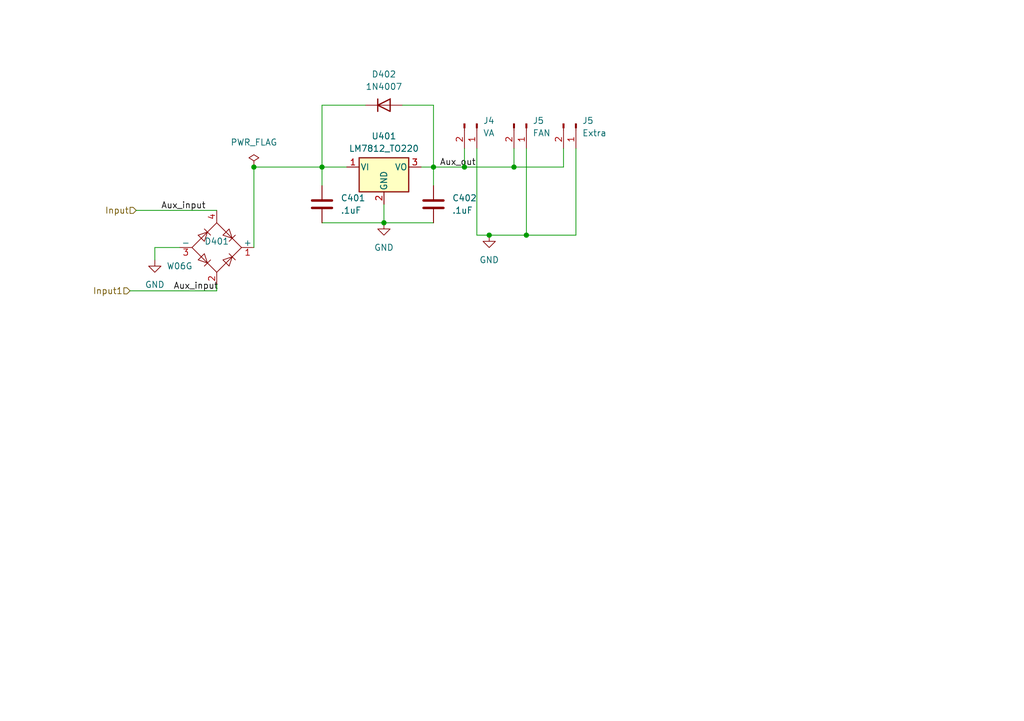
<source format=kicad_sch>
(kicad_sch (version 20230121) (generator eeschema)

  (uuid 51d33f3c-390f-49ee-ba4e-3409b006a7b7)

  (paper "A5")

  (title_block
    (title "Bench power supply")
    (date "2023-10-15")
    (rev "1")
  )

  (lib_symbols
    (symbol "Connector:Conn_01x02_Pin" (pin_names (offset 1.016) hide) (in_bom yes) (on_board yes)
      (property "Reference" "J" (at 0 2.54 0)
        (effects (font (size 1.27 1.27)))
      )
      (property "Value" "Conn_01x02_Pin" (at 0 -5.08 0)
        (effects (font (size 1.27 1.27)))
      )
      (property "Footprint" "" (at 0 0 0)
        (effects (font (size 1.27 1.27)) hide)
      )
      (property "Datasheet" "~" (at 0 0 0)
        (effects (font (size 1.27 1.27)) hide)
      )
      (property "ki_locked" "" (at 0 0 0)
        (effects (font (size 1.27 1.27)))
      )
      (property "ki_keywords" "connector" (at 0 0 0)
        (effects (font (size 1.27 1.27)) hide)
      )
      (property "ki_description" "Generic connector, single row, 01x02, script generated" (at 0 0 0)
        (effects (font (size 1.27 1.27)) hide)
      )
      (property "ki_fp_filters" "Connector*:*_1x??_*" (at 0 0 0)
        (effects (font (size 1.27 1.27)) hide)
      )
      (symbol "Conn_01x02_Pin_1_1"
        (polyline
          (pts
            (xy 1.27 -2.54)
            (xy 0.8636 -2.54)
          )
          (stroke (width 0.1524) (type default))
          (fill (type none))
        )
        (polyline
          (pts
            (xy 1.27 0)
            (xy 0.8636 0)
          )
          (stroke (width 0.1524) (type default))
          (fill (type none))
        )
        (rectangle (start 0.8636 -2.413) (end 0 -2.667)
          (stroke (width 0.1524) (type default))
          (fill (type outline))
        )
        (rectangle (start 0.8636 0.127) (end 0 -0.127)
          (stroke (width 0.1524) (type default))
          (fill (type outline))
        )
        (pin passive line (at 5.08 0 180) (length 3.81)
          (name "Pin_1" (effects (font (size 1.27 1.27))))
          (number "1" (effects (font (size 1.27 1.27))))
        )
        (pin passive line (at 5.08 -2.54 180) (length 3.81)
          (name "Pin_2" (effects (font (size 1.27 1.27))))
          (number "2" (effects (font (size 1.27 1.27))))
        )
      )
    )
    (symbol "Device:C" (pin_numbers hide) (pin_names (offset 0.254)) (in_bom yes) (on_board yes)
      (property "Reference" "C" (at 0.635 2.54 0)
        (effects (font (size 1.27 1.27)) (justify left))
      )
      (property "Value" "C" (at 0.635 -2.54 0)
        (effects (font (size 1.27 1.27)) (justify left))
      )
      (property "Footprint" "" (at 0.9652 -3.81 0)
        (effects (font (size 1.27 1.27)) hide)
      )
      (property "Datasheet" "~" (at 0 0 0)
        (effects (font (size 1.27 1.27)) hide)
      )
      (property "ki_keywords" "cap capacitor" (at 0 0 0)
        (effects (font (size 1.27 1.27)) hide)
      )
      (property "ki_description" "Unpolarized capacitor" (at 0 0 0)
        (effects (font (size 1.27 1.27)) hide)
      )
      (property "ki_fp_filters" "C_*" (at 0 0 0)
        (effects (font (size 1.27 1.27)) hide)
      )
      (symbol "C_0_1"
        (polyline
          (pts
            (xy -2.032 -0.762)
            (xy 2.032 -0.762)
          )
          (stroke (width 0.508) (type default))
          (fill (type none))
        )
        (polyline
          (pts
            (xy -2.032 0.762)
            (xy 2.032 0.762)
          )
          (stroke (width 0.508) (type default))
          (fill (type none))
        )
      )
      (symbol "C_1_1"
        (pin passive line (at 0 3.81 270) (length 2.794)
          (name "~" (effects (font (size 1.27 1.27))))
          (number "1" (effects (font (size 1.27 1.27))))
        )
        (pin passive line (at 0 -3.81 90) (length 2.794)
          (name "~" (effects (font (size 1.27 1.27))))
          (number "2" (effects (font (size 1.27 1.27))))
        )
      )
    )
    (symbol "Diode:1N4007" (pin_numbers hide) (pin_names hide) (in_bom yes) (on_board yes)
      (property "Reference" "D" (at 0 2.54 0)
        (effects (font (size 1.27 1.27)))
      )
      (property "Value" "1N4007" (at 0 -2.54 0)
        (effects (font (size 1.27 1.27)))
      )
      (property "Footprint" "Diode_THT:D_DO-41_SOD81_P10.16mm_Horizontal" (at 0 -4.445 0)
        (effects (font (size 1.27 1.27)) hide)
      )
      (property "Datasheet" "http://www.vishay.com/docs/88503/1n4001.pdf" (at 0 0 0)
        (effects (font (size 1.27 1.27)) hide)
      )
      (property "Sim.Device" "D" (at 0 0 0)
        (effects (font (size 1.27 1.27)) hide)
      )
      (property "Sim.Pins" "1=K 2=A" (at 0 0 0)
        (effects (font (size 1.27 1.27)) hide)
      )
      (property "ki_keywords" "diode" (at 0 0 0)
        (effects (font (size 1.27 1.27)) hide)
      )
      (property "ki_description" "1000V 1A General Purpose Rectifier Diode, DO-41" (at 0 0 0)
        (effects (font (size 1.27 1.27)) hide)
      )
      (property "ki_fp_filters" "D*DO?41*" (at 0 0 0)
        (effects (font (size 1.27 1.27)) hide)
      )
      (symbol "1N4007_0_1"
        (polyline
          (pts
            (xy -1.27 1.27)
            (xy -1.27 -1.27)
          )
          (stroke (width 0.254) (type default))
          (fill (type none))
        )
        (polyline
          (pts
            (xy 1.27 0)
            (xy -1.27 0)
          )
          (stroke (width 0) (type default))
          (fill (type none))
        )
        (polyline
          (pts
            (xy 1.27 1.27)
            (xy 1.27 -1.27)
            (xy -1.27 0)
            (xy 1.27 1.27)
          )
          (stroke (width 0.254) (type default))
          (fill (type none))
        )
      )
      (symbol "1N4007_1_1"
        (pin passive line (at -3.81 0 0) (length 2.54)
          (name "K" (effects (font (size 1.27 1.27))))
          (number "1" (effects (font (size 1.27 1.27))))
        )
        (pin passive line (at 3.81 0 180) (length 2.54)
          (name "A" (effects (font (size 1.27 1.27))))
          (number "2" (effects (font (size 1.27 1.27))))
        )
      )
    )
    (symbol "Diode_Bridge:W06G" (pin_names (offset 0)) (in_bom yes) (on_board yes)
      (property "Reference" "D" (at 2.54 6.985 0)
        (effects (font (size 1.27 1.27)) (justify left))
      )
      (property "Value" "W06G" (at 2.54 5.08 0)
        (effects (font (size 1.27 1.27)) (justify left))
      )
      (property "Footprint" "Diode_THT:Diode_Bridge_Round_D9.8mm" (at 3.81 3.175 0)
        (effects (font (size 1.27 1.27)) (justify left) hide)
      )
      (property "Datasheet" "https://www.vishay.com/docs/88769/woo5g.pdf" (at 0 0 0)
        (effects (font (size 1.27 1.27)) hide)
      )
      (property "ki_keywords" "Bridge Rectifier acdc" (at 0 0 0)
        (effects (font (size 1.27 1.27)) hide)
      )
      (property "ki_description" "Glass Passivated Single-Phase Bridge Rectifier, 420V Vrms, 1.5A If, WOG package" (at 0 0 0)
        (effects (font (size 1.27 1.27)) hide)
      )
      (property "ki_fp_filters" "D*Bridge*Round*D9.8mm*" (at 0 0 0)
        (effects (font (size 1.27 1.27)) hide)
      )
      (symbol "W06G_0_1"
        (polyline
          (pts
            (xy -2.54 3.81)
            (xy -1.27 2.54)
          )
          (stroke (width 0) (type default))
          (fill (type none))
        )
        (polyline
          (pts
            (xy -1.27 -2.54)
            (xy -2.54 -3.81)
          )
          (stroke (width 0) (type default))
          (fill (type none))
        )
        (polyline
          (pts
            (xy 2.54 -1.27)
            (xy 3.81 -2.54)
          )
          (stroke (width 0) (type default))
          (fill (type none))
        )
        (polyline
          (pts
            (xy 2.54 1.27)
            (xy 3.81 2.54)
          )
          (stroke (width 0) (type default))
          (fill (type none))
        )
        (polyline
          (pts
            (xy -3.81 2.54)
            (xy -2.54 1.27)
            (xy -1.905 3.175)
            (xy -3.81 2.54)
          )
          (stroke (width 0) (type default))
          (fill (type none))
        )
        (polyline
          (pts
            (xy -2.54 -1.27)
            (xy -3.81 -2.54)
            (xy -1.905 -3.175)
            (xy -2.54 -1.27)
          )
          (stroke (width 0) (type default))
          (fill (type none))
        )
        (polyline
          (pts
            (xy 1.27 2.54)
            (xy 2.54 3.81)
            (xy 3.175 1.905)
            (xy 1.27 2.54)
          )
          (stroke (width 0) (type default))
          (fill (type none))
        )
        (polyline
          (pts
            (xy 3.175 -1.905)
            (xy 1.27 -2.54)
            (xy 2.54 -3.81)
            (xy 3.175 -1.905)
          )
          (stroke (width 0) (type default))
          (fill (type none))
        )
        (polyline
          (pts
            (xy -5.08 0)
            (xy 0 -5.08)
            (xy 5.08 0)
            (xy 0 5.08)
            (xy -5.08 0)
          )
          (stroke (width 0) (type default))
          (fill (type none))
        )
      )
      (symbol "W06G_1_1"
        (pin passive line (at 7.62 0 180) (length 2.54)
          (name "+" (effects (font (size 1.27 1.27))))
          (number "1" (effects (font (size 1.27 1.27))))
        )
        (pin passive line (at 0 -7.62 90) (length 2.54)
          (name "~" (effects (font (size 1.27 1.27))))
          (number "2" (effects (font (size 1.27 1.27))))
        )
        (pin passive line (at -7.62 0 0) (length 2.54)
          (name "-" (effects (font (size 1.27 1.27))))
          (number "3" (effects (font (size 1.27 1.27))))
        )
        (pin passive line (at 0 7.62 270) (length 2.54)
          (name "~" (effects (font (size 1.27 1.27))))
          (number "4" (effects (font (size 1.27 1.27))))
        )
      )
    )
    (symbol "Regulator_Linear:LM7812_TO220" (pin_names (offset 0.254)) (in_bom yes) (on_board yes)
      (property "Reference" "U" (at -3.81 3.175 0)
        (effects (font (size 1.27 1.27)))
      )
      (property "Value" "LM7812_TO220" (at 0 3.175 0)
        (effects (font (size 1.27 1.27)) (justify left))
      )
      (property "Footprint" "Package_TO_SOT_THT:TO-220-3_Vertical" (at 0 5.715 0)
        (effects (font (size 1.27 1.27) italic) hide)
      )
      (property "Datasheet" "https://www.onsemi.cn/PowerSolutions/document/MC7800-D.PDF" (at 0 -1.27 0)
        (effects (font (size 1.27 1.27)) hide)
      )
      (property "ki_keywords" "Voltage Regulator 1A Positive" (at 0 0 0)
        (effects (font (size 1.27 1.27)) hide)
      )
      (property "ki_description" "Positive 1A 35V Linear Regulator, Fixed Output 12V, TO-220" (at 0 0 0)
        (effects (font (size 1.27 1.27)) hide)
      )
      (property "ki_fp_filters" "TO?220*" (at 0 0 0)
        (effects (font (size 1.27 1.27)) hide)
      )
      (symbol "LM7812_TO220_0_1"
        (rectangle (start -5.08 1.905) (end 5.08 -5.08)
          (stroke (width 0.254) (type default))
          (fill (type background))
        )
      )
      (symbol "LM7812_TO220_1_1"
        (pin power_in line (at -7.62 0 0) (length 2.54)
          (name "VI" (effects (font (size 1.27 1.27))))
          (number "1" (effects (font (size 1.27 1.27))))
        )
        (pin power_in line (at 0 -7.62 90) (length 2.54)
          (name "GND" (effects (font (size 1.27 1.27))))
          (number "2" (effects (font (size 1.27 1.27))))
        )
        (pin power_out line (at 7.62 0 180) (length 2.54)
          (name "VO" (effects (font (size 1.27 1.27))))
          (number "3" (effects (font (size 1.27 1.27))))
        )
      )
    )
    (symbol "power:GND" (power) (pin_names (offset 0)) (in_bom yes) (on_board yes)
      (property "Reference" "#PWR" (at 0 -6.35 0)
        (effects (font (size 1.27 1.27)) hide)
      )
      (property "Value" "GND" (at 0 -3.81 0)
        (effects (font (size 1.27 1.27)))
      )
      (property "Footprint" "" (at 0 0 0)
        (effects (font (size 1.27 1.27)) hide)
      )
      (property "Datasheet" "" (at 0 0 0)
        (effects (font (size 1.27 1.27)) hide)
      )
      (property "ki_keywords" "global power" (at 0 0 0)
        (effects (font (size 1.27 1.27)) hide)
      )
      (property "ki_description" "Power symbol creates a global label with name \"GND\" , ground" (at 0 0 0)
        (effects (font (size 1.27 1.27)) hide)
      )
      (symbol "GND_0_1"
        (polyline
          (pts
            (xy 0 0)
            (xy 0 -1.27)
            (xy 1.27 -1.27)
            (xy 0 -2.54)
            (xy -1.27 -1.27)
            (xy 0 -1.27)
          )
          (stroke (width 0) (type default))
          (fill (type none))
        )
      )
      (symbol "GND_1_1"
        (pin power_in line (at 0 0 270) (length 0) hide
          (name "GND" (effects (font (size 1.27 1.27))))
          (number "1" (effects (font (size 1.27 1.27))))
        )
      )
    )
    (symbol "power:PWR_FLAG" (power) (pin_numbers hide) (pin_names (offset 0) hide) (in_bom yes) (on_board yes)
      (property "Reference" "#FLG" (at 0 1.905 0)
        (effects (font (size 1.27 1.27)) hide)
      )
      (property "Value" "PWR_FLAG" (at 0 3.81 0)
        (effects (font (size 1.27 1.27)))
      )
      (property "Footprint" "" (at 0 0 0)
        (effects (font (size 1.27 1.27)) hide)
      )
      (property "Datasheet" "~" (at 0 0 0)
        (effects (font (size 1.27 1.27)) hide)
      )
      (property "ki_keywords" "flag power" (at 0 0 0)
        (effects (font (size 1.27 1.27)) hide)
      )
      (property "ki_description" "Special symbol for telling ERC where power comes from" (at 0 0 0)
        (effects (font (size 1.27 1.27)) hide)
      )
      (symbol "PWR_FLAG_0_0"
        (pin power_out line (at 0 0 90) (length 0)
          (name "pwr" (effects (font (size 1.27 1.27))))
          (number "1" (effects (font (size 1.27 1.27))))
        )
      )
      (symbol "PWR_FLAG_0_1"
        (polyline
          (pts
            (xy 0 0)
            (xy 0 1.27)
            (xy -1.016 1.905)
            (xy 0 2.54)
            (xy 1.016 1.905)
            (xy 0 1.27)
          )
          (stroke (width 0) (type default))
          (fill (type none))
        )
      )
    )
  )

  (junction (at 66.04 34.29) (diameter 0) (color 0 0 0 0)
    (uuid 1b4a0da1-0450-4059-9319-f383742066b6)
  )
  (junction (at 105.41 34.29) (diameter 0) (color 0 0 0 0)
    (uuid 29cc8be1-62f7-42b3-9092-0c1b2e6c7b79)
  )
  (junction (at 78.74 45.72) (diameter 0) (color 0 0 0 0)
    (uuid 5c13aa02-79f6-4191-ab6e-d98c11b6319a)
  )
  (junction (at 52.07 34.29) (diameter 0) (color 0 0 0 0)
    (uuid 5cea3d08-3af8-4da0-add2-cfbb077d9626)
  )
  (junction (at 107.95 48.26) (diameter 0) (color 0 0 0 0)
    (uuid 8422a728-dc01-4226-85d0-da04d1b61956)
  )
  (junction (at 88.9 34.29) (diameter 0) (color 0 0 0 0)
    (uuid 87acf0b8-4bc4-4105-a7c3-31f0f3d8acca)
  )
  (junction (at 100.33 48.26) (diameter 0) (color 0 0 0 0)
    (uuid ad99ad7a-861d-4060-a17d-ac737df5cf71)
  )
  (junction (at 95.25 34.29) (diameter 0) (color 0 0 0 0)
    (uuid fc108559-6b11-4aa2-9730-9a119278bae1)
  )

  (wire (pts (xy 52.07 50.8) (xy 52.07 34.29))
    (stroke (width 0) (type default))
    (uuid 04d19f3a-18de-4b7b-b835-6d183544f92c)
  )
  (wire (pts (xy 100.33 48.26) (xy 107.95 48.26))
    (stroke (width 0) (type default))
    (uuid 0773bb65-a15a-4693-83cc-27f48a075da3)
  )
  (wire (pts (xy 88.9 21.59) (xy 88.9 34.29))
    (stroke (width 0) (type default))
    (uuid 14ab983e-2396-4d8d-9bac-7f734b5b165d)
  )
  (wire (pts (xy 82.55 21.59) (xy 88.9 21.59))
    (stroke (width 0) (type default))
    (uuid 173602f2-091f-4088-bef0-39f78e1a30c3)
  )
  (wire (pts (xy 115.57 34.29) (xy 105.41 34.29))
    (stroke (width 0) (type default))
    (uuid 23fedce1-6616-4d69-9ea3-edef496918e0)
  )
  (wire (pts (xy 27.94 43.18) (xy 44.45 43.18))
    (stroke (width 0) (type default))
    (uuid 25760c9f-5de0-46ce-9cc3-8f7b62c3818a)
  )
  (wire (pts (xy 105.41 34.29) (xy 95.25 34.29))
    (stroke (width 0) (type default))
    (uuid 2d9ace0e-d5b3-4c3d-9561-f4afd8c44185)
  )
  (wire (pts (xy 44.45 59.69) (xy 44.45 58.42))
    (stroke (width 0) (type default))
    (uuid 3373db4a-598b-433a-8085-ce149b1ac8c4)
  )
  (wire (pts (xy 88.9 34.29) (xy 88.9 38.1))
    (stroke (width 0) (type default))
    (uuid 37615e64-5be5-4f49-a4af-a38aaec91b97)
  )
  (wire (pts (xy 66.04 45.72) (xy 78.74 45.72))
    (stroke (width 0) (type default))
    (uuid 3de22897-823e-4914-9b06-438fc0f01a84)
  )
  (wire (pts (xy 31.75 53.34) (xy 31.75 50.8))
    (stroke (width 0) (type default))
    (uuid 45c74592-ad85-4944-b8ac-6f8313079030)
  )
  (wire (pts (xy 97.79 30.48) (xy 97.79 48.26))
    (stroke (width 0) (type default))
    (uuid 4885fb48-1c3e-4afe-b4ac-fa655ab307fb)
  )
  (wire (pts (xy 78.74 41.91) (xy 78.74 45.72))
    (stroke (width 0) (type default))
    (uuid 54197df9-958d-4e5d-8d1e-8f19103f6a56)
  )
  (wire (pts (xy 78.74 45.72) (xy 88.9 45.72))
    (stroke (width 0) (type default))
    (uuid 593067df-79e8-40bd-95bc-209fbad137e5)
  )
  (wire (pts (xy 52.07 34.29) (xy 66.04 34.29))
    (stroke (width 0) (type default))
    (uuid 61408fb2-2a24-4a0b-a571-ab19ee7f4863)
  )
  (wire (pts (xy 105.41 30.48) (xy 105.41 34.29))
    (stroke (width 0) (type default))
    (uuid 6cd1f9a2-364b-4cee-8882-55f8a5f5f369)
  )
  (wire (pts (xy 66.04 21.59) (xy 66.04 34.29))
    (stroke (width 0) (type default))
    (uuid 806fe44c-8eba-4bb4-801b-3745428d7d39)
  )
  (wire (pts (xy 26.67 59.69) (xy 44.45 59.69))
    (stroke (width 0) (type default))
    (uuid 864b8e11-1759-4519-9ece-41e91bfe12eb)
  )
  (wire (pts (xy 97.79 48.26) (xy 100.33 48.26))
    (stroke (width 0) (type default))
    (uuid 95103356-c641-4456-ae25-e1fe2d3da52b)
  )
  (wire (pts (xy 74.93 21.59) (xy 66.04 21.59))
    (stroke (width 0) (type default))
    (uuid 9e7e8725-836a-415f-86ea-c24ba90a6b7c)
  )
  (wire (pts (xy 115.57 30.48) (xy 115.57 34.29))
    (stroke (width 0) (type default))
    (uuid b25bb7ae-cded-476c-81ae-c4e5fc7661ca)
  )
  (wire (pts (xy 95.25 34.29) (xy 95.25 30.48))
    (stroke (width 0) (type default))
    (uuid b83ba812-2328-491f-88c0-1e9a70160528)
  )
  (wire (pts (xy 31.75 50.8) (xy 36.83 50.8))
    (stroke (width 0) (type default))
    (uuid ba17fbdd-4816-4339-b0d9-0ed0928bd772)
  )
  (wire (pts (xy 88.9 34.29) (xy 95.25 34.29))
    (stroke (width 0) (type default))
    (uuid ccb20ca7-b2c8-4cdb-bfc6-bd82a6003c19)
  )
  (wire (pts (xy 86.36 34.29) (xy 88.9 34.29))
    (stroke (width 0) (type default))
    (uuid e358ffda-b3c5-457b-839c-1744da1325e9)
  )
  (wire (pts (xy 107.95 30.48) (xy 107.95 48.26))
    (stroke (width 0) (type default))
    (uuid e4b236fd-3bba-4bb6-b040-7f57edc1beb8)
  )
  (wire (pts (xy 66.04 34.29) (xy 66.04 38.1))
    (stroke (width 0) (type default))
    (uuid f01c30ea-d73e-400c-bb03-ffa8209084bc)
  )
  (wire (pts (xy 118.11 30.48) (xy 118.11 48.26))
    (stroke (width 0) (type default))
    (uuid f0253457-b10c-48e9-904e-ec84c310850a)
  )
  (wire (pts (xy 66.04 34.29) (xy 71.12 34.29))
    (stroke (width 0) (type default))
    (uuid f6a36ecf-d37a-4c30-89c8-1f33f75043a0)
  )
  (wire (pts (xy 118.11 48.26) (xy 107.95 48.26))
    (stroke (width 0) (type default))
    (uuid fc0e013f-232a-4bdf-a9a8-0f713752d787)
  )

  (label "Aux_input" (at 33.02 43.18 0) (fields_autoplaced)
    (effects (font (size 1.27 1.27)) (justify left bottom))
    (uuid 1619debf-9f48-47a0-862b-05b46cc26eb2)
  )
  (label "Aux_input" (at 35.56 59.69 0) (fields_autoplaced)
    (effects (font (size 1.27 1.27)) (justify left bottom))
    (uuid 659721de-56e2-42ad-8b80-6fc47235b091)
  )
  (label "Aux_out" (at 90.17 34.29 0) (fields_autoplaced)
    (effects (font (size 1.27 1.27)) (justify left bottom))
    (uuid ddd32a53-01ad-4d63-a355-2fcebddd7f9d)
  )

  (hierarchical_label "Input1" (shape input) (at 26.67 59.69 180) (fields_autoplaced)
    (effects (font (size 1.27 1.27)) (justify right))
    (uuid 26fefa4c-ecf3-456d-8689-657915e073b0)
  )
  (hierarchical_label "Input" (shape input) (at 27.94 43.18 180) (fields_autoplaced)
    (effects (font (size 1.27 1.27)) (justify right))
    (uuid e428cf0d-1f55-4604-9b53-3ba7c5fc54e9)
  )

  (symbol (lib_id "power:PWR_FLAG") (at 52.07 34.29 0) (unit 1)
    (in_bom yes) (on_board yes) (dnp no) (fields_autoplaced)
    (uuid 02457012-b5c1-4933-87ed-ac817d5e2ce0)
    (property "Reference" "#FLG0401" (at 52.07 32.385 0)
      (effects (font (size 1.27 1.27)) hide)
    )
    (property "Value" "PWR_FLAG" (at 52.07 29.21 0)
      (effects (font (size 1.27 1.27)))
    )
    (property "Footprint" "" (at 52.07 34.29 0)
      (effects (font (size 1.27 1.27)) hide)
    )
    (property "Datasheet" "~" (at 52.07 34.29 0)
      (effects (font (size 1.27 1.27)) hide)
    )
    (pin "1" (uuid 0c9b139c-b962-43ab-8b20-9465c64661c2))
    (instances
      (project "BenchPowerSupply"
        (path "/85225bbb-a12f-4483-ac90-767368bd8ae2/9a339c22-c169-4e35-a868-5e3d4b41d15e"
          (reference "#FLG0401") (unit 1)
        )
      )
    )
  )

  (symbol (lib_id "power:GND") (at 100.33 48.26 0) (unit 1)
    (in_bom yes) (on_board yes) (dnp no) (fields_autoplaced)
    (uuid 2ecde495-e7ea-4e90-99d3-e87927684ce6)
    (property "Reference" "#PWR01" (at 100.33 54.61 0)
      (effects (font (size 1.27 1.27)) hide)
    )
    (property "Value" "GND" (at 100.33 53.34 0)
      (effects (font (size 1.27 1.27)))
    )
    (property "Footprint" "" (at 100.33 48.26 0)
      (effects (font (size 1.27 1.27)) hide)
    )
    (property "Datasheet" "" (at 100.33 48.26 0)
      (effects (font (size 1.27 1.27)) hide)
    )
    (pin "1" (uuid aac6fe8a-3c62-4594-b6bb-dc185ac17e7b))
    (instances
      (project "VariablePowerSupply"
        (path "/769c317f-c67c-457d-a7ba-32e6f8df4c49"
          (reference "#PWR01") (unit 1)
        )
      )
      (project "BenchPowerSupply"
        (path "/85225bbb-a12f-4483-ac90-767368bd8ae2"
          (reference "#PWR03") (unit 1)
        )
        (path "/85225bbb-a12f-4483-ac90-767368bd8ae2/eccd6a13-cab4-4dd0-a5ba-dea4375f28d6"
          (reference "#PWR03") (unit 1)
        )
        (path "/85225bbb-a12f-4483-ac90-767368bd8ae2/9a339c22-c169-4e35-a868-5e3d4b41d15e"
          (reference "#PWR0403") (unit 1)
        )
      )
    )
  )

  (symbol (lib_id "Diode_Bridge:W06G") (at 44.45 50.8 0) (unit 1)
    (in_bom yes) (on_board yes) (dnp no)
    (uuid 35804687-f2f2-48b0-b410-2d6456c0bc3f)
    (property "Reference" "D401" (at 44.45 49.53 0)
      (effects (font (size 1.27 1.27)))
    )
    (property "Value" "W06G" (at 36.83 54.61 0)
      (effects (font (size 1.27 1.27)))
    )
    (property "Footprint" "Diode_THT:Diode_Bridge_Round_D9.8mm" (at 48.26 47.625 0)
      (effects (font (size 1.27 1.27)) (justify left) hide)
    )
    (property "Datasheet" "https://www.vishay.com/docs/88769/woo5g.pdf" (at 44.45 50.8 0)
      (effects (font (size 1.27 1.27)) hide)
    )
    (pin "1" (uuid 615ce8ee-706c-4402-84a4-7323908637c4))
    (pin "2" (uuid 919b1b18-49ff-44ae-b0c4-cd12454b67a5))
    (pin "3" (uuid db0b330a-478f-42f1-a96e-dfd243fe8b62))
    (pin "4" (uuid cc919412-b165-4943-bf7c-141ea322f647))
    (instances
      (project "BenchPowerSupply"
        (path "/85225bbb-a12f-4483-ac90-767368bd8ae2/9a339c22-c169-4e35-a868-5e3d4b41d15e"
          (reference "D401") (unit 1)
        )
      )
    )
  )

  (symbol (lib_id "power:GND") (at 78.74 45.72 0) (unit 1)
    (in_bom yes) (on_board yes) (dnp no) (fields_autoplaced)
    (uuid 3f9c6d1c-b51e-4aee-91f5-fd6bd4674bd4)
    (property "Reference" "#PWR01" (at 78.74 52.07 0)
      (effects (font (size 1.27 1.27)) hide)
    )
    (property "Value" "GND" (at 78.74 50.8 0)
      (effects (font (size 1.27 1.27)))
    )
    (property "Footprint" "" (at 78.74 45.72 0)
      (effects (font (size 1.27 1.27)) hide)
    )
    (property "Datasheet" "" (at 78.74 45.72 0)
      (effects (font (size 1.27 1.27)) hide)
    )
    (pin "1" (uuid 6863af76-33de-4511-85c3-c27eda4dc616))
    (instances
      (project "VariablePowerSupply"
        (path "/769c317f-c67c-457d-a7ba-32e6f8df4c49"
          (reference "#PWR01") (unit 1)
        )
      )
      (project "BenchPowerSupply"
        (path "/85225bbb-a12f-4483-ac90-767368bd8ae2"
          (reference "#PWR03") (unit 1)
        )
        (path "/85225bbb-a12f-4483-ac90-767368bd8ae2/eccd6a13-cab4-4dd0-a5ba-dea4375f28d6"
          (reference "#PWR03") (unit 1)
        )
        (path "/85225bbb-a12f-4483-ac90-767368bd8ae2/9a339c22-c169-4e35-a868-5e3d4b41d15e"
          (reference "#PWR0402") (unit 1)
        )
      )
    )
  )

  (symbol (lib_id "Device:C") (at 66.04 41.91 0) (unit 1)
    (in_bom yes) (on_board yes) (dnp no) (fields_autoplaced)
    (uuid 45e55880-21ab-4c01-9ad2-4f94a0736d75)
    (property "Reference" "C401" (at 69.85 40.64 0)
      (effects (font (size 1.27 1.27)) (justify left))
    )
    (property "Value" ".1uF" (at 69.85 43.18 0)
      (effects (font (size 1.27 1.27)) (justify left))
    )
    (property "Footprint" "Capacitor_THT:C_Disc_D4.3mm_W1.9mm_P5.00mm" (at 67.0052 45.72 0)
      (effects (font (size 1.27 1.27)) hide)
    )
    (property "Datasheet" "~" (at 66.04 41.91 0)
      (effects (font (size 1.27 1.27)) hide)
    )
    (pin "1" (uuid 82406cd3-2032-419f-8aa1-d5b5b9226446))
    (pin "2" (uuid 70514705-6859-41a5-8ce8-04e037075bbc))
    (instances
      (project "BenchPowerSupply"
        (path "/85225bbb-a12f-4483-ac90-767368bd8ae2/9a339c22-c169-4e35-a868-5e3d4b41d15e"
          (reference "C401") (unit 1)
        )
      )
    )
  )

  (symbol (lib_id "Diode:1N4007") (at 78.74 21.59 0) (unit 1)
    (in_bom yes) (on_board yes) (dnp no) (fields_autoplaced)
    (uuid 643be78c-cc41-40b2-baeb-00cbc97a2688)
    (property "Reference" "D402" (at 78.74 15.24 0)
      (effects (font (size 1.27 1.27)))
    )
    (property "Value" "1N4007" (at 78.74 17.78 0)
      (effects (font (size 1.27 1.27)))
    )
    (property "Footprint" "Diode_THT:D_DO-41_SOD81_P10.16mm_Horizontal" (at 78.74 26.035 0)
      (effects (font (size 1.27 1.27)) hide)
    )
    (property "Datasheet" "http://www.vishay.com/docs/88503/1n4001.pdf" (at 78.74 21.59 0)
      (effects (font (size 1.27 1.27)) hide)
    )
    (property "Sim.Device" "D" (at 78.74 21.59 0)
      (effects (font (size 1.27 1.27)) hide)
    )
    (property "Sim.Pins" "1=K 2=A" (at 78.74 21.59 0)
      (effects (font (size 1.27 1.27)) hide)
    )
    (pin "1" (uuid b0d1d15e-7531-4901-9e05-009820f22e9f))
    (pin "2" (uuid 31e083a6-3859-4e66-a229-835be356d88e))
    (instances
      (project "BenchPowerSupply"
        (path "/85225bbb-a12f-4483-ac90-767368bd8ae2/9a339c22-c169-4e35-a868-5e3d4b41d15e"
          (reference "D402") (unit 1)
        )
      )
    )
  )

  (symbol (lib_id "Connector:Conn_01x02_Pin") (at 107.95 25.4 270) (unit 1)
    (in_bom yes) (on_board yes) (dnp no) (fields_autoplaced)
    (uuid 75ba2a4d-8b77-468c-808f-3c3c421d8743)
    (property "Reference" "J5" (at 109.22 24.765 90)
      (effects (font (size 1.27 1.27)) (justify left))
    )
    (property "Value" "FAN" (at 109.22 27.305 90)
      (effects (font (size 1.27 1.27)) (justify left))
    )
    (property "Footprint" "Connector_PinHeader_2.54mm:PinHeader_1x02_P2.54mm_Vertical" (at 107.95 25.4 0)
      (effects (font (size 1.27 1.27)) hide)
    )
    (property "Datasheet" "~" (at 107.95 25.4 0)
      (effects (font (size 1.27 1.27)) hide)
    )
    (pin "1" (uuid f02e758d-ca48-42ef-819c-46183f87a02b))
    (pin "2" (uuid 8a59ac99-f34e-499b-9bb9-18dfa0a3ae10))
    (instances
      (project "VariablePowerSupply"
        (path "/769c317f-c67c-457d-a7ba-32e6f8df4c49"
          (reference "J5") (unit 1)
        )
      )
      (project "BenchPowerSupply"
        (path "/85225bbb-a12f-4483-ac90-767368bd8ae2"
          (reference "J3") (unit 1)
        )
        (path "/85225bbb-a12f-4483-ac90-767368bd8ae2/eccd6a13-cab4-4dd0-a5ba-dea4375f28d6"
          (reference "J3") (unit 1)
        )
        (path "/85225bbb-a12f-4483-ac90-767368bd8ae2/9a339c22-c169-4e35-a868-5e3d4b41d15e"
          (reference "J402") (unit 1)
        )
      )
    )
  )

  (symbol (lib_id "Connector:Conn_01x02_Pin") (at 97.79 25.4 270) (unit 1)
    (in_bom yes) (on_board yes) (dnp no) (fields_autoplaced)
    (uuid 9baa7e87-f753-43fe-a49c-38019707949f)
    (property "Reference" "J4" (at 99.06 24.765 90)
      (effects (font (size 1.27 1.27)) (justify left))
    )
    (property "Value" "VA" (at 99.06 27.305 90)
      (effects (font (size 1.27 1.27)) (justify left))
    )
    (property "Footprint" "Connector_PinHeader_2.54mm:PinHeader_1x02_P2.54mm_Vertical" (at 97.79 25.4 0)
      (effects (font (size 1.27 1.27)) hide)
    )
    (property "Datasheet" "~" (at 97.79 25.4 0)
      (effects (font (size 1.27 1.27)) hide)
    )
    (pin "1" (uuid d1accf95-b585-4c9f-b3df-cfda08bf80cd))
    (pin "2" (uuid bee50c99-8f1f-4564-a7bd-b9ba5665919d))
    (instances
      (project "VariablePowerSupply"
        (path "/769c317f-c67c-457d-a7ba-32e6f8df4c49"
          (reference "J4") (unit 1)
        )
      )
      (project "BenchPowerSupply"
        (path "/85225bbb-a12f-4483-ac90-767368bd8ae2"
          (reference "J2") (unit 1)
        )
        (path "/85225bbb-a12f-4483-ac90-767368bd8ae2/eccd6a13-cab4-4dd0-a5ba-dea4375f28d6"
          (reference "J2") (unit 1)
        )
        (path "/85225bbb-a12f-4483-ac90-767368bd8ae2/9a339c22-c169-4e35-a868-5e3d4b41d15e"
          (reference "J401") (unit 1)
        )
      )
    )
  )

  (symbol (lib_id "power:GND") (at 31.75 53.34 0) (unit 1)
    (in_bom yes) (on_board yes) (dnp no) (fields_autoplaced)
    (uuid a0a28fe8-003a-4c67-8d68-e60944413c74)
    (property "Reference" "#PWR01" (at 31.75 59.69 0)
      (effects (font (size 1.27 1.27)) hide)
    )
    (property "Value" "GND" (at 31.75 58.42 0)
      (effects (font (size 1.27 1.27)))
    )
    (property "Footprint" "" (at 31.75 53.34 0)
      (effects (font (size 1.27 1.27)) hide)
    )
    (property "Datasheet" "" (at 31.75 53.34 0)
      (effects (font (size 1.27 1.27)) hide)
    )
    (pin "1" (uuid 469e20e6-30c8-4a10-b827-a13c606f28eb))
    (instances
      (project "VariablePowerSupply"
        (path "/769c317f-c67c-457d-a7ba-32e6f8df4c49"
          (reference "#PWR01") (unit 1)
        )
      )
      (project "BenchPowerSupply"
        (path "/85225bbb-a12f-4483-ac90-767368bd8ae2"
          (reference "#PWR03") (unit 1)
        )
        (path "/85225bbb-a12f-4483-ac90-767368bd8ae2/eccd6a13-cab4-4dd0-a5ba-dea4375f28d6"
          (reference "#PWR03") (unit 1)
        )
        (path "/85225bbb-a12f-4483-ac90-767368bd8ae2/9a339c22-c169-4e35-a868-5e3d4b41d15e"
          (reference "#PWR0401") (unit 1)
        )
      )
    )
  )

  (symbol (lib_id "Connector:Conn_01x02_Pin") (at 118.11 25.4 270) (unit 1)
    (in_bom yes) (on_board yes) (dnp no) (fields_autoplaced)
    (uuid a8d23f4f-3484-476e-9a46-ba5a2ca218ce)
    (property "Reference" "J5" (at 119.38 24.765 90)
      (effects (font (size 1.27 1.27)) (justify left))
    )
    (property "Value" "Extra" (at 119.38 27.305 90)
      (effects (font (size 1.27 1.27)) (justify left))
    )
    (property "Footprint" "Connector_PinHeader_2.54mm:PinHeader_1x02_P2.54mm_Vertical" (at 118.11 25.4 0)
      (effects (font (size 1.27 1.27)) hide)
    )
    (property "Datasheet" "~" (at 118.11 25.4 0)
      (effects (font (size 1.27 1.27)) hide)
    )
    (pin "1" (uuid 0812ef43-1172-40d6-a451-94d1c968dfd0))
    (pin "2" (uuid 40e604f0-a398-4d6e-a9c9-5805fe7406a0))
    (instances
      (project "VariablePowerSupply"
        (path "/769c317f-c67c-457d-a7ba-32e6f8df4c49"
          (reference "J5") (unit 1)
        )
      )
      (project "BenchPowerSupply"
        (path "/85225bbb-a12f-4483-ac90-767368bd8ae2"
          (reference "J3") (unit 1)
        )
        (path "/85225bbb-a12f-4483-ac90-767368bd8ae2/eccd6a13-cab4-4dd0-a5ba-dea4375f28d6"
          (reference "J3") (unit 1)
        )
        (path "/85225bbb-a12f-4483-ac90-767368bd8ae2/9a339c22-c169-4e35-a868-5e3d4b41d15e"
          (reference "J403") (unit 1)
        )
      )
    )
  )

  (symbol (lib_id "Regulator_Linear:LM7812_TO220") (at 78.74 34.29 0) (unit 1)
    (in_bom yes) (on_board yes) (dnp no) (fields_autoplaced)
    (uuid a9d14c90-e458-4b48-b8cd-716d58020bb9)
    (property "Reference" "U401" (at 78.74 27.94 0)
      (effects (font (size 1.27 1.27)))
    )
    (property "Value" "LM7812_TO220" (at 78.74 30.48 0)
      (effects (font (size 1.27 1.27)))
    )
    (property "Footprint" "Package_TO_SOT_THT:TO-220-3_Vertical" (at 78.74 28.575 0)
      (effects (font (size 1.27 1.27) italic) hide)
    )
    (property "Datasheet" "https://www.onsemi.cn/PowerSolutions/document/MC7800-D.PDF" (at 78.74 35.56 0)
      (effects (font (size 1.27 1.27)) hide)
    )
    (pin "1" (uuid 91d70789-1ef4-44f4-8e74-c2409b6db631))
    (pin "2" (uuid 9729823d-4a33-4bc7-8518-c3962be4f3ec))
    (pin "3" (uuid 10dcb386-052f-423f-b5a2-2887f1b3105d))
    (instances
      (project "BenchPowerSupply"
        (path "/85225bbb-a12f-4483-ac90-767368bd8ae2/9a339c22-c169-4e35-a868-5e3d4b41d15e"
          (reference "U401") (unit 1)
        )
      )
    )
  )

  (symbol (lib_id "Device:C") (at 88.9 41.91 0) (unit 1)
    (in_bom yes) (on_board yes) (dnp no) (fields_autoplaced)
    (uuid fdaa7072-677a-48e8-b3fa-ac33944fe9b1)
    (property "Reference" "C402" (at 92.71 40.64 0)
      (effects (font (size 1.27 1.27)) (justify left))
    )
    (property "Value" ".1uF" (at 92.71 43.18 0)
      (effects (font (size 1.27 1.27)) (justify left))
    )
    (property "Footprint" "Capacitor_THT:C_Disc_D4.3mm_W1.9mm_P5.00mm" (at 89.8652 45.72 0)
      (effects (font (size 1.27 1.27)) hide)
    )
    (property "Datasheet" "~" (at 88.9 41.91 0)
      (effects (font (size 1.27 1.27)) hide)
    )
    (pin "1" (uuid f65c1199-366d-40ea-9166-7d643fea906c))
    (pin "2" (uuid 1ee2f945-5846-4fc1-8f2b-323fbe34d7a5))
    (instances
      (project "BenchPowerSupply"
        (path "/85225bbb-a12f-4483-ac90-767368bd8ae2/9a339c22-c169-4e35-a868-5e3d4b41d15e"
          (reference "C402") (unit 1)
        )
      )
    )
  )
)

</source>
